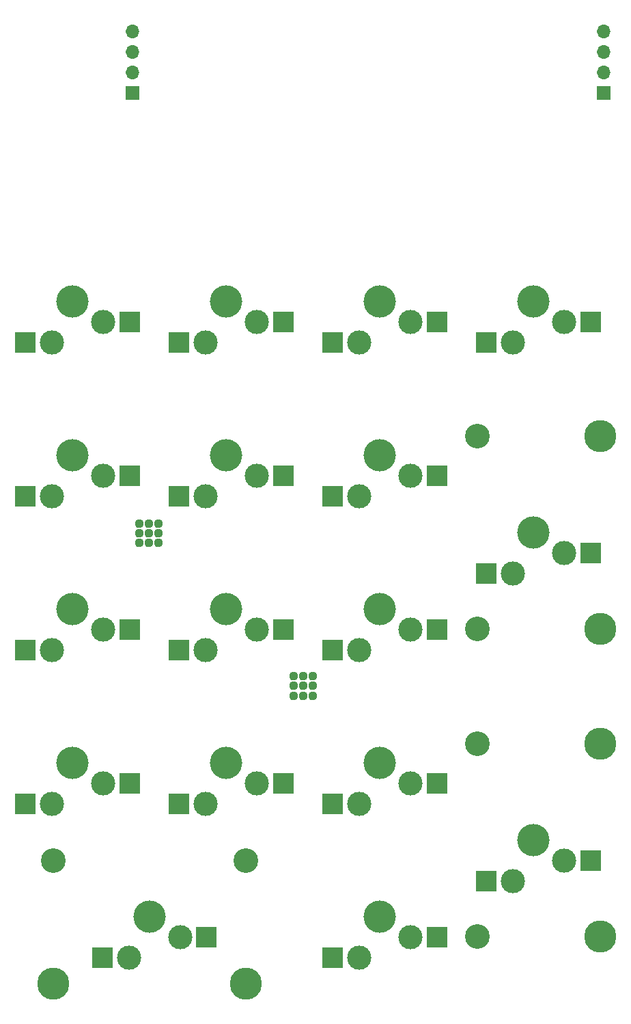
<source format=gbs>
G04 #@! TF.GenerationSoftware,KiCad,Pcbnew,(6.0.5)*
G04 #@! TF.CreationDate,2022-07-11T19:37:47+02:00*
G04 #@! TF.ProjectId,Numpad,4e756d70-6164-42e6-9b69-6361645f7063,rev?*
G04 #@! TF.SameCoordinates,Original*
G04 #@! TF.FileFunction,Soldermask,Bot*
G04 #@! TF.FilePolarity,Negative*
%FSLAX46Y46*%
G04 Gerber Fmt 4.6, Leading zero omitted, Abs format (unit mm)*
G04 Created by KiCad (PCBNEW (6.0.5)) date 2022-07-11 19:37:47*
%MOMM*%
%LPD*%
G01*
G04 APERTURE LIST*
G04 Aperture macros list*
%AMRoundRect*
0 Rectangle with rounded corners*
0 $1 Rounding radius*
0 $2 $3 $4 $5 $6 $7 $8 $9 X,Y pos of 4 corners*
0 Add a 4 corners polygon primitive as box body*
4,1,4,$2,$3,$4,$5,$6,$7,$8,$9,$2,$3,0*
0 Add four circle primitives for the rounded corners*
1,1,$1+$1,$2,$3*
1,1,$1+$1,$4,$5*
1,1,$1+$1,$6,$7*
1,1,$1+$1,$8,$9*
0 Add four rect primitives between the rounded corners*
20,1,$1+$1,$2,$3,$4,$5,0*
20,1,$1+$1,$4,$5,$6,$7,0*
20,1,$1+$1,$6,$7,$8,$9,0*
20,1,$1+$1,$8,$9,$2,$3,0*%
G04 Aperture macros list end*
%ADD10C,3.000000*%
%ADD11C,4.000000*%
%ADD12C,3.048000*%
%ADD13C,3.987800*%
%ADD14R,2.550000X2.500000*%
%ADD15R,1.700000X1.700000*%
%ADD16O,1.700000X1.700000*%
%ADD17RoundRect,0.242500X-0.242500X-0.242500X0.242500X-0.242500X0.242500X0.242500X-0.242500X0.242500X0*%
G04 APERTURE END LIST*
D10*
X47829000Y-140500000D03*
D11*
X44019000Y-137960000D03*
D12*
X55957000Y-130975000D03*
D13*
X32081000Y-146215000D03*
X55957000Y-146215000D03*
D10*
X41479000Y-143040000D03*
D12*
X32081000Y-130975000D03*
D14*
X51104000Y-140500000D03*
X38177000Y-143040000D03*
D10*
X50999000Y-123995000D03*
D11*
X53539000Y-118915000D03*
D10*
X57349000Y-121455000D03*
D14*
X60624000Y-121455000D03*
X47697000Y-123995000D03*
D10*
X76399000Y-140505000D03*
D11*
X72589000Y-137965000D03*
D10*
X70049000Y-143045000D03*
D14*
X79674000Y-140505000D03*
X66747000Y-143045000D03*
D11*
X53539000Y-61765000D03*
D10*
X50999000Y-66845000D03*
X57349000Y-64305000D03*
D14*
X60624000Y-64305000D03*
X47697000Y-66845000D03*
D12*
X84659000Y-140373000D03*
D10*
X95454000Y-130975000D03*
X89104000Y-133515000D03*
D12*
X84659000Y-116497000D03*
D11*
X91644000Y-128435000D03*
D13*
X99899000Y-140373000D03*
X99899000Y-116497000D03*
D14*
X98729000Y-130975000D03*
X85802000Y-133515000D03*
D10*
X89099000Y-66845000D03*
X95449000Y-64305000D03*
D11*
X91639000Y-61765000D03*
D14*
X98724000Y-64305000D03*
X85797000Y-66845000D03*
D15*
X100320000Y-35894000D03*
D16*
X100320000Y-33354000D03*
X100320000Y-30814000D03*
X100320000Y-28274000D03*
D10*
X95454000Y-92875000D03*
D13*
X99899000Y-102273000D03*
D12*
X84659000Y-78397000D03*
D11*
X91644000Y-90335000D03*
D10*
X89104000Y-95415000D03*
D12*
X84659000Y-102273000D03*
D13*
X99899000Y-78397000D03*
D14*
X98729000Y-92875000D03*
X85802000Y-95415000D03*
D10*
X76399000Y-121455000D03*
D11*
X72589000Y-118915000D03*
D10*
X70049000Y-123995000D03*
D14*
X79674000Y-121455000D03*
X66747000Y-123995000D03*
D11*
X34489000Y-80815000D03*
D10*
X38299000Y-83355000D03*
X31949000Y-85895000D03*
D14*
X41574000Y-83355000D03*
X28647000Y-85895000D03*
D10*
X31949000Y-104945000D03*
X38299000Y-102405000D03*
D11*
X34489000Y-99865000D03*
D14*
X41574000Y-102405000D03*
X28647000Y-104945000D03*
D10*
X38299000Y-121455000D03*
D11*
X34489000Y-118915000D03*
D10*
X31949000Y-123995000D03*
D14*
X41574000Y-121455000D03*
X28647000Y-123995000D03*
D10*
X50999000Y-104945000D03*
X57349000Y-102405000D03*
D11*
X53539000Y-99865000D03*
D14*
X60624000Y-102405000D03*
X47697000Y-104945000D03*
D17*
X45142000Y-90424000D03*
X43942000Y-91624000D03*
X43942000Y-90424000D03*
X45142000Y-89224000D03*
X42742000Y-90424000D03*
X45142000Y-91624000D03*
X42742000Y-91624000D03*
X42742000Y-89224000D03*
X43942000Y-89224000D03*
X63119000Y-109347000D03*
X64319000Y-108147000D03*
X64319000Y-109347000D03*
X61919000Y-108147000D03*
X63119000Y-110547000D03*
X63119000Y-108147000D03*
X61919000Y-109347000D03*
X61919000Y-110547000D03*
X64319000Y-110547000D03*
D11*
X72589000Y-99865000D03*
D10*
X76399000Y-102405000D03*
X70049000Y-104945000D03*
D14*
X79674000Y-102405000D03*
X66747000Y-104945000D03*
D11*
X72589000Y-61765000D03*
D10*
X70049000Y-66845000D03*
X76399000Y-64305000D03*
D14*
X79674000Y-64305000D03*
X66747000Y-66845000D03*
D11*
X53539000Y-80815000D03*
D10*
X50999000Y-85895000D03*
X57349000Y-83355000D03*
D14*
X60624000Y-83355000D03*
X47697000Y-85895000D03*
D15*
X41926000Y-35894000D03*
D16*
X41926000Y-33354000D03*
X41926000Y-30814000D03*
X41926000Y-28274000D03*
D11*
X34489000Y-61765000D03*
D10*
X31949000Y-66845000D03*
X38299000Y-64305000D03*
D14*
X41574000Y-64305000D03*
X28647000Y-66845000D03*
D10*
X76399000Y-83355000D03*
X70049000Y-85895000D03*
D11*
X72589000Y-80815000D03*
D14*
X79674000Y-83355000D03*
X66747000Y-85895000D03*
M02*

</source>
